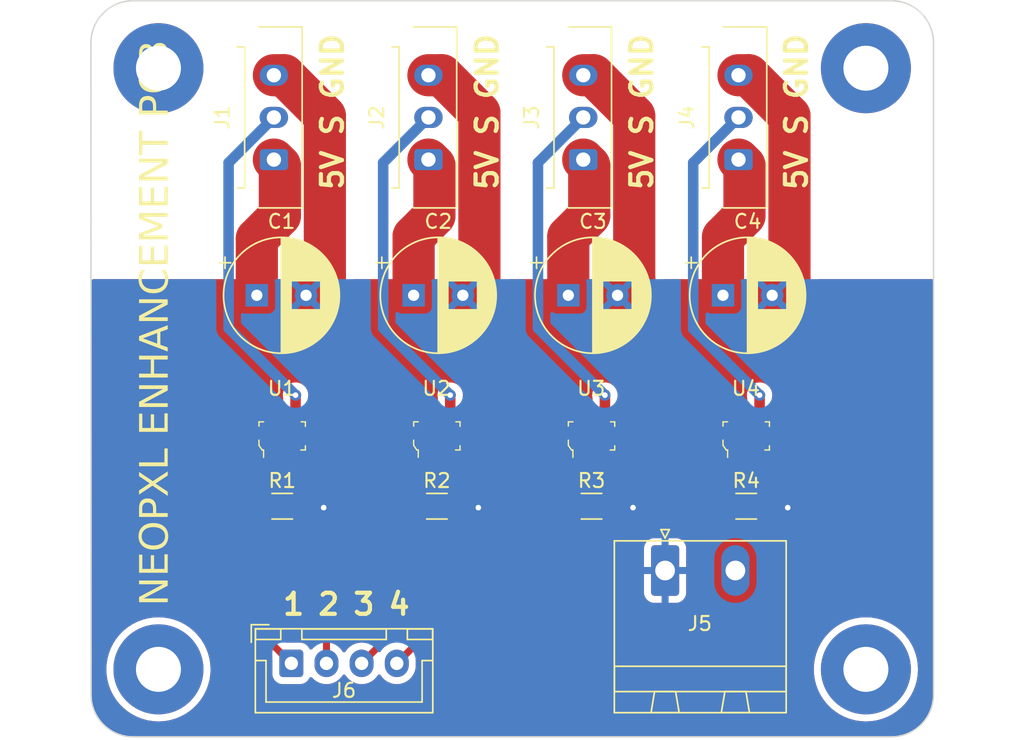
<source format=kicad_pcb>
(kicad_pcb (version 20221018) (generator pcbnew)
  (layers (0 "F.Cu" signal) (31 "B.Cu" signal) (34 "B.Paste" user) (35 "F.Paste" user) (36 "B.SilkS" user "B.Silkscreen") (37 "F.SilkS" user "F.Silkscreen") (38 "B.Mask" user) (39 "F.Mask" user) (44 "Edge.Cuts" user))
  (net 0 "")
  (net 1 "+5V")
  (net 2 "GND")
  (net 3 "Net-(J2-Pin_2)")
  (net 4 "Net-(J3-Pin_2)")
  (net 5 "Net-(J4-Pin_2)")
  (net 6 "Neopixel_1")
  (net 7 "Neopixel_2")
  (net 8 "Neopixel_3")
  (net 9 "Neopixel_4")
  (net 10 "Net-(J1-Pin_2)")
  (footprint "Capacitor_THT:CP_Radial_D8.0mm_P3.50mm" (layer "F.Cu") (at 79.247349 51.15)
    (fp_text reference "C1" (at 1.75 -5.25) (layer "F.SilkS"))
    (fp_text value "1000 uF")
    (pad "1" thru_hole rect (at 0 0) (size 1.6 1.6) (drill 0.8) (layers "*.Cu" "*.Mask") (net 1 "+5V"))
    (pad "2" thru_hole circle (at 3.5 0) (size 1.6 1.6) (drill 0.8) (layers "*.Cu" "*.Mask") (net 2 "GND"))
  )
  (footprint "Connector_Phoenix_MSTB:PhoenixContact_MSTBA_2,5_2-G_1x02_P5.00mm_Horizontal" (layer "F.Cu") (at 108.28 70.7225)
    (fp_text reference "J5" (at 2.47 3.7775) (layer "F.SilkS"))
    (fp_text value "VIN")
    (pad "1" thru_hole roundrect (at 0 0) (size 2 3.6) (drill 1.4) (layers "*.Cu" "*.Mask") (roundrect_rratio 0.125) (net 2 "GND"))
    (pad "2" thru_hole oval (at 5 0) (size 2 3.6) (drill 1.4) (layers "*.Cu" "*.Mask") (net 1 "+5V"))
  )
  (footprint "Capacitor_THT:CP_Radial_D8.0mm_P3.50mm" (layer "F.Cu") (at 101.397349 51.15)
    (fp_text reference "C3" (at 1.75 -5.25) (layer "F.SilkS"))
    (fp_text value "1000 uF")
    (pad "1" thru_hole rect (at 0 0) (size 1.6 1.6) (drill 0.8) (layers "*.Cu" "*.Mask") (net 1 "+5V"))
    (pad "2" thru_hole circle (at 3.5 0) (size 1.6 1.6) (drill 0.8) (layers "*.Cu" "*.Mask") (net 2 "GND"))
  )
  (footprint "Resistor_SMD:R_1206_3216Metric" (layer "F.Cu") (at 114.05 66.15)
    (fp_text reference "R4" (at 0 -1.82) (layer "F.SilkS"))
    (fp_text value "4.7K")
    (pad "1" smd roundrect (at -1.4625 0) (size 1.125 1.75) (layers "F.Cu" "F.Paste" "F.Mask") (roundrect_rratio 0.222222) (net 9 "Neopixel_4"))
    (pad "2" smd roundrect (at 1.4625 0) (size 1.125 1.75) (layers "F.Cu" "F.Paste" "F.Mask") (roundrect_rratio 0.222222) (net 2 "GND"))
  )
  (footprint "MountingHole:MountingHole_3.2mm_M3_Pad" (layer "F.Cu") (at 122.56 35)
    (fp_text reference "REF**" hide)
    (fp_text value "MountingHole_3.2mm_M3_Pad")
    (pad "1" thru_hole circle (at 0 0) (size 6.4 6.4) (drill 3.2) (layers "*.Cu" "*.Mask"))
  )
  (footprint "Connector_Molex:Molex_Micro-Fit_3.0_43650-0315_1x03_P3.00mm_Vertical" (layer "F.Cu") (at 91.45 41.5 90)
    (fp_text reference "J2" (at 3 -3.67 90) (layer "F.SilkS"))
    (fp_text value "Conn_01x03")
    (pad "" np_thru_hole circle (at -3 -1.96 90) (size 1.27 1.27) (drill 1.27) (layers "*.Cu" "*.Mask"))
    (pad "" np_thru_hole circle (at 9 -1.96 90) (size 1.27 1.27) (drill 1.27) (layers "*.Cu" "*.Mask"))
    (pad "1" thru_hole roundrect (at 0 0 90) (size 1.5 2.02) (drill 1.02) (layers "*.Cu" "*.Mask") (roundrect_rratio 0.166667) (net 1 "+5V"))
    (pad "2" thru_hole oval (at 3 0 90) (size 1.5 2.02) (drill 1.02) (layers "*.Cu" "*.Mask") (net 3 "Net-(J2-Pin_2)"))
    (pad "3" thru_hole oval (at 6 0 90) (size 1.5 2.02) (drill 1.02) (layers "*.Cu" "*.Mask") (net 2 "GND"))
  )
  (footprint "Resistor_SMD:R_1206_3216Metric" (layer "F.Cu") (at 81.05 66.15)
    (fp_text reference "R1" (at 0 -1.82) (layer "F.SilkS"))
    (fp_text value "4.7K")
    (pad "1" smd roundrect (at -1.4625 0) (size 1.125 1.75) (layers "F.Cu" "F.Paste" "F.Mask") (roundrect_rratio 0.222222) (net 6 "Neopixel_1"))
    (pad "2" smd roundrect (at 1.4625 0) (size 1.125 1.75) (layers "F.Cu" "F.Paste" "F.Mask") (roundrect_rratio 0.222222) (net 2 "GND"))
  )
  (footprint "MountingHole:MountingHole_3.2mm_M3_Pad" (layer "F.Cu") (at 72.25 77.75)
    (fp_text reference "REF**" hide)
    (fp_text value "MountingHole_3.2mm_M3_Pad")
    (pad "1" thru_hole circle (at 0 0) (size 6.4 6.4) (drill 3.2) (layers "*.Cu" "*.Mask"))
  )
  (footprint "MountingHole:MountingHole_3.2mm_M3_Pad" (layer "F.Cu") (at 72.25 35)
    (fp_text reference "REF**" hide)
    (fp_text value "MountingHole_3.2mm_M3_Pad")
    (pad "1" thru_hole circle (at 0 0) (size 6.4 6.4) (drill 3.2) (layers "*.Cu" "*.Mask"))
  )
  (footprint "Resistor_SMD:R_1206_3216Metric" (layer "F.Cu") (at 92.05 66.15)
    (fp_text reference "R2" (at 0 -1.82) (layer "F.SilkS"))
    (fp_text value "4.7K")
    (pad "1" smd roundrect (at -1.4625 0) (size 1.125 1.75) (layers "F.Cu" "F.Paste" "F.Mask") (roundrect_rratio 0.222222) (net 7 "Neopixel_2"))
    (pad "2" smd roundrect (at 1.4625 0) (size 1.125 1.75) (layers "F.Cu" "F.Paste" "F.Mask") (roundrect_rratio 0.222222) (net 2 "GND"))
  )
  (footprint "KlipperExpander:SOT-753" (layer "F.Cu") (at 92.05 61.15)
    (fp_text reference "U2" (at -0.025 -3.375) (layer "F.SilkS"))
    (fp_text value "74LVC1G17")
    (pad "1" smd rect (at -0.95 1.35) (size 0.6 1.05) (layers "F.Cu" "F.Paste" "F.Mask"))
    (pad "2" smd rect (at 0 1.35) (size 0.6 1.05) (layers "F.Cu" "F.Paste" "F.Mask") (net 7 "Neopixel_2"))
    (pad "3" smd rect (at 0.95 1.35) (size 0.6 1.05) (layers "F.Cu" "F.Paste" "F.Mask") (net 2 "GND"))
    (pad "4" smd rect (at 0.95 -1.35) (size 0.6 1.05) (layers "F.Cu" "F.Paste" "F.Mask") (net 3 "Net-(J2-Pin_2)"))
    (pad "5" smd rect (at -0.95 -1.35) (size 0.6 1.05) (layers "F.Cu" "F.Paste" "F.Mask") (net 1 "+5V"))
  )
  (footprint "Capacitor_THT:CP_Radial_D8.0mm_P3.50mm" (layer "F.Cu") (at 112.397349 51.15)
    (fp_text reference "C4" (at 1.75 -5.25) (layer "F.SilkS"))
    (fp_text value "1000 uF")
    (pad "1" thru_hole rect (at 0 0) (size 1.6 1.6) (drill 0.8) (layers "*.Cu" "*.Mask") (net 1 "+5V"))
    (pad "2" thru_hole circle (at 3.5 0) (size 1.6 1.6) (drill 0.8) (layers "*.Cu" "*.Mask") (net 2 "GND"))
  )
  (footprint "Capacitor_THT:CP_Radial_D8.0mm_P3.50mm" (layer "F.Cu") (at 90.397349 51.15)
    (fp_text reference "C2" (at 1.75 -5.25) (layer "F.SilkS"))
    (fp_text value "1000 uF")
    (pad "1" thru_hole rect (at 0 0) (size 1.6 1.6) (drill 0.8) (layers "*.Cu" "*.Mask") (net 1 "+5V"))
    (pad "2" thru_hole circle (at 3.5 0) (size 1.6 1.6) (drill 0.8) (layers "*.Cu" "*.Mask") (net 2 "GND"))
  )
  (footprint "Connector_Molex:Molex_Micro-Fit_3.0_43650-0315_1x03_P3.00mm_Vertical" (layer "F.Cu") (at 80.46 41.5 90)
    (fp_text reference "J1" (at 3 -3.67 90) (layer "F.SilkS"))
    (fp_text value "Conn_01x03")
    (pad "" np_thru_hole circle (at -3 -1.96 90) (size 1.27 1.27) (drill 1.27) (layers "*.Cu" "*.Mask"))
    (pad "" np_thru_hole circle (at 9 -1.96 90) (size 1.27 1.27) (drill 1.27) (layers "*.Cu" "*.Mask"))
    (pad "1" thru_hole roundrect (at 0 0 90) (size 1.5 2.02) (drill 1.02) (layers "*.Cu" "*.Mask") (roundrect_rratio 0.166667) (net 1 "+5V"))
    (pad "2" thru_hole oval (at 3 0 90) (size 1.5 2.02) (drill 1.02) (layers "*.Cu" "*.Mask") (net 10 "Net-(J1-Pin_2)"))
    (pad "3" thru_hole oval (at 6 0 90) (size 1.5 2.02) (drill 1.02) (layers "*.Cu" "*.Mask") (net 2 "GND"))
  )
  (footprint "Resistor_SMD:R_1206_3216Metric" (layer "F.Cu") (at 103.05 66.15)
    (fp_text reference "R3" (at 0 -1.82) (layer "F.SilkS"))
    (fp_text value "4.7K")
    (pad "1" smd roundrect (at -1.4625 0) (size 1.125 1.75) (layers "F.Cu" "F.Paste" "F.Mask") (roundrect_rratio 0.222222) (net 8 "Neopixel_3"))
    (pad "2" smd roundrect (at 1.4625 0) (size 1.125 1.75) (layers "F.Cu" "F.Paste" "F.Mask") (roundrect_rratio 0.222222) (net 2 "GND"))
  )
  (footprint "KlipperExpander:SOT-753" (layer "F.Cu") (at 81.05 61.15)
    (fp_text reference "U1" (at -0.025 -3.375) (layer "F.SilkS"))
    (fp_text value "74LVC1G17")
    (pad "1" smd rect (at -0.95 1.35) (size 0.6 1.05) (layers "F.Cu" "F.Paste" "F.Mask"))
    (pad "2" smd rect (at 0 1.35) (size 0.6 1.05) (layers "F.Cu" "F.Paste" "F.Mask") (net 6 "Neopixel_1"))
    (pad "3" smd rect (at 0.95 1.35) (size 0.6 1.05) (layers "F.Cu" "F.Paste" "F.Mask") (net 2 "GND"))
    (pad "4" smd rect (at 0.95 -1.35) (size 0.6 1.05) (layers "F.Cu" "F.Paste" "F.Mask") (net 10 "Net-(J1-Pin_2)"))
    (pad "5" smd rect (at -0.95 -1.35) (size 0.6 1.05) (layers "F.Cu" "F.Paste" "F.Mask") (net 1 "+5V"))
  )
  (footprint "Connector_JST:JST_XH_B4B-XH-A_1x04_P2.50mm_Vertical" (layer "F.Cu") (at 81.7 77.325)
    (fp_text reference "J6" (at 3.75 1.925) (layer "F.SilkS"))
    (fp_text value "Conn_01x04")
    (pad "1" thru_hole roundrect (at 0 0) (size 1.7 1.95) (drill 0.95) (layers "*.Cu" "*.Mask") (roundrect_rratio 0.147059) (net 6 "Neopixel_1"))
    (pad "2" thru_hole oval (at 2.5 0) (size 1.7 1.95) (drill 0.95) (layers "*.Cu" "*.Mask") (net 7 "Neopixel_2"))
    (pad "3" thru_hole oval (at 5 0) (size 1.7 1.95) (drill 0.95) (layers "*.Cu" "*.Mask") (net 8 "Neopixel_3"))
    (pad "4" thru_hole oval (at 7.5 0) (size 1.7 1.95) (drill 0.95) (layers "*.Cu" "*.Mask") (net 9 "Neopixel_4"))
  )
  (footprint "Connector_Molex:Molex_Micro-Fit_3.0_43650-0315_1x03_P3.00mm_Vertical" (layer "F.Cu") (at 113.5 41.5 90)
    (fp_text reference "J4" (at 3 -3.67 90) (layer "F.SilkS"))
    (fp_text value "Conn_01x03")
    (pad "" np_thru_hole circle (at -3 -1.96 90) (size 1.27 1.27) (drill 1.27) (layers "*.Cu" "*.Mask"))
    (pad "" np_thru_hole circle (at 9 -1.96 90) (size 1.27 1.27) (drill 1.27) (layers "*.Cu" "*.Mask"))
    (pad "1" thru_hole roundrect (at 0 0 90) (size 1.5 2.02) (drill 1.02) (layers "*.Cu" "*.Mask") (roundrect_rratio 0.166667) (net 1 "+5V"))
    (pad "2" thru_hole oval (at 3 0 90) (size 1.5 2.02) (drill 1.02) (layers "*.Cu" "*.Mask") (net 5 "Net-(J4-Pin_2)"))
    (pad "3" thru_hole oval (at 6 0 90) (size 1.5 2.02) (drill 1.02) (layers "*.Cu" "*.Mask") (net 2 "GND"))
  )
  (footprint "KlipperExpander:SOT-753" (layer "F.Cu") (at 114.05 61.15)
    (fp_text reference "U4" (at -0.025 -3.375) (layer "F.SilkS"))
    (fp_text value "74LVC1G17")
    (pad "1" smd rect (at -0.95 1.35) (size 0.6 1.05) (layers "F.Cu" "F.Paste" "F.Mask"))
    (pad "2" smd rect (at 0 1.35) (size 0.6 1.05) (layers "F.Cu" "F.Paste" "F.Mask") (net 9 "Neopixel_4"))
    (pad "3" smd rect (at 0.95 1.35) (size 0.6 1.05) (layers "F.Cu" "F.Paste" "F.Mask") (net 2 "GND"))
    (pad "4" smd rect (at 0.95 -1.35) (size 0.6 1.05) (layers "F.Cu" "F.Paste" "F.Mask") (net 5 "Net-(J4-Pin_2)"))
    (pad "5" smd rect (at -0.95 -1.35) (size 0.6 1.05) (layers "F.Cu" "F.Paste" "F.Mask") (net 1 "+5V"))
  )
  (footprint "Connector_Molex:Molex_Micro-Fit_3.0_43650-0315_1x03_P3.00mm_Vertical" (layer "F.Cu") (at 102.46 41.5 90)
    (fp_text reference "J3" (at 3 -3.67 90) (layer "F.SilkS"))
    (fp_text value "Conn_01x03")
    (pad "" np_thru_hole circle (at -3 -1.96 90) (size 1.27 1.27) (drill 1.27) (layers "*.Cu" "*.Mask"))
    (pad "" np_thru_hole circle (at 9 -1.96 90) (size 1.27 1.27) (drill 1.27) (layers "*.Cu" "*.Mask"))
    (pad "1" thru_hole roundrect (at 0 0 90) (size 1.5 2.02) (drill 1.02) (layers "*.Cu" "*.Mask") (roundrect_rratio 0.166667) (net 1 "+5V"))
    (pad "2" thru_hole oval (at 3 0 90) (size 1.5 2.02) (drill 1.02) (layers "*.Cu" "*.Mask") (net 4 "Net-(J3-Pin_2)"))
    (pad "3" thru_hole oval (at 6 0 90) (size 1.5 2.02) (drill 1.02) (layers "*.Cu" "*.Mask") (net 2 "GND"))
  )
  (footprint "KlipperExpander:SOT-753" (layer "F.Cu") (at 103.05 61.15)
    (fp_text reference "U3" (at -0.025 -3.375) (layer "F.SilkS"))
    (fp_text value "74LVC1G17")
    (pad "1" smd rect (at -0.95 1.35) (size 0.6 1.05) (layers "F.Cu" "F.Paste" "F.Mask"))
    (pad "2" smd rect (at 0 1.35) (size 0.6 1.05) (layers "F.Cu" "F.Paste" "F.Mask") (net 8 "Neopixel_3"))
    (pad "3" smd rect (at 0.95 1.35) (size 0.6 1.05) (layers "F.Cu" "F.Paste" "F.Mask") (net 2 "GND"))
    (pad "4" smd rect (at 0.95 -1.35) (size 0.6 1.05) (layers "F.Cu" "F.Paste" "F.Mask") (net 4 "Net-(J3-Pin_2)"))
    (pad "5" smd rect (at -0.95 -1.35) (size 0.6 1.05) (layers "F.Cu" "F.Paste" "F.Mask") (net 1 "+5V"))
  )
  (footprint "MountingHole:MountingHole_3.2mm_M3_Pad" (layer "F.Cu") (at 122.56 77.75)
    (fp_text reference "REF**" hide)
    (fp_text value "MountingHole_3.2mm_M3_Pad")
    (pad "1" thru_hole circle (at 0 0) (size 6.4 6.4) (drill 3.2) (layers "*.Cu" "*.Mask"))
  )
  (gr_arc (start 127.36839 79.549424) (mid 126.48971 81.670744) (end 124.36839 82.549424) (stroke (width 0.1)) (layer "Edge.Cuts"))
  (gr_line (start 70.458899 82.549424) (end 124.36839 82.549424) (stroke (width 0.1)) (layer "Edge.Cuts"))
  (gr_line (start 127.36839 79.549424) (end 127.36839 33.199424) (stroke (width 0.1)) (layer "Edge.Cuts"))
  (gr_line (start 67.45 33.2) (end 67.458899 79.55) (stroke (width 0.1)) (layer "Edge.Cuts"))
  (gr_arc (start 70.458899 82.549424) (mid 68.337782 81.670948) (end 67.458899 79.55) (stroke (width 0.1)) (layer "Edge.Cuts"))
  (gr_arc (start 67.45 33.2) (mid 68.328476 31.078308) (end 70.45 30.199424) (stroke (width 0.1)) (layer "Edge.Cuts"))
  (gr_line (start 124.36839 30.199424) (end 70.45 30.199424) (stroke (width 0.1)) (layer "Edge.Cuts"))
  (gr_arc (start 124.36839 30.199424) (mid 126.48971 31.078104) (end 127.36839 33.199424) (stroke (width 0.1)) (layer "Edge.Cuts"))
  (gr_text "1" (at 80.95 74) (layer "F.SilkS") (effects (font (size 1.5 1.5) (thickness 0.3) bold) (justify left bottom)))
  (gr_text "5V S GND" (at 85.5 43.8 90) (layer "F.SilkS") (effects (font (size 1.5 1.5) (thickness 0.3) bold) (justify left bottom)))
  (gr_text "NEOPXL ENHANCEMENT PCB" (at 73.25 73.25 90) (layer "F.SilkS") (effects (font (size 2 2)) (justify left bottom)))
  (gr_text "2" (at 83.45 74) (layer "F.SilkS") (effects (font (size 1.5 1.5) (thickness 0.3) bold) (justify left bottom)))
  (gr_text "4" (at 88.45 74) (layer "F.SilkS") (effects (font (size 1.5 1.5) (thickness 0.3) bold) (justify left bottom)))
  (gr_text "5V S GND" (at 96.5 43.8 90) (layer "F.SilkS") (effects (font (size 1.5 1.5) (thickness 0.3) bold) (justify left bottom)))
  (gr_text "3" (at 85.95 74) (layer "F.SilkS") (effects (font (size 1.5 1.5) (thickness 0.3) bold) (justify left bottom)))
  (gr_text "5V S GND" (at 107.5 43.8 90) (layer "F.SilkS") (effects (font (size 1.5 1.5) (thickness 0.3) bold) (justify left bottom)))
  (gr_text "5V S GND" (at 118.5 43.8 90) (layer "F.SilkS") (effects (font (size 1.5 1.5) (thickness 0.3) bold) (justify left bottom)))
  (segment (start 90.397349 46.96555) (end 91.875 45.487899) (width 3) (layer "F.Cu") (net 1))
  (segment (start 101.397349 46.97555) (end 102.885 45.487899) (width 3) (layer "F.Cu") (net 1))
  (segment (start 91.875 45.487899) (end 91.875 41.925) (width 3) (layer "F.Cu") (net 1))
  (segment (start 91.875 41.925) (end 91.45 41.5) (width 3) (layer "F.Cu") (net 1))
  (segment (start 79.247349 47.12555) (end 80.885 45.487899) (width 3) (layer "F.Cu") (net 1))
  (segment (start 80.885 45.487899) (end 80.885 41.925) (width 3) (layer "F.Cu") (net 1))
  (segment (start 102.885 45.487899) (end 102.885 41.925) (width 3) (layer "F.Cu") (net 1))
  (segment (start 101.397349 51.15) (end 101.397349 46.97555) (width 3) (layer "F.Cu") (net 1))
  (segment (start 112.397349 51.15) (end 112.397349 47.01555) (width 3) (layer "F.Cu") (net 1))
  (segment (start 102.885 41.925) (end 102.46 41.5) (width 3) (layer "F.Cu") (net 1))
  (segment (start 112.397349 47.01555) (end 113.925 45.487899) (width 3) (layer "F.Cu") (net 1))
  (segment (start 80.885 41.925) (end 80.46 41.5) (width 3) (layer "F.Cu") (net 1))
  (segment (start 90.397349 51.15) (end 90.397349 46.96555) (width 3) (layer "F.Cu") (net 1))
  (segment (start 113.925 45.487899) (end 113.925 41.925) (width 3) (layer "F.Cu") (net 1))
  (segment (start 113.925 41.925) (end 113.5 41.5) (width 3) (layer "F.Cu") (net 1))
  (segment (start 79.247349 51.15) (end 79.247349 47.12555) (width 3) (layer "F.Cu") (net 1))
  (segment (start 106.085 38.400177) (end 103.184823 35.5) (width 3) (layer "F.Cu") (net 2))
  (segment (start 117.125 49.922349) (end 117.125 38.400177) (width 3) (layer "F.Cu") (net 2))
  (segment (start 84.085 49.812349) (end 82.747349 51.15) (width 3) (layer "F.Cu") (net 2))
  (segment (start 106 66.25) (end 104.6125 66.25) (width 0.75) (layer "F.Cu") (net 2))
  (segment (start 93.5125 64.7625) (end 93.375 64.625) (width 0.75) (layer "F.Cu") (net 2))
  (segment (start 82 64.25) (end 82 62.5) (width 0.75) (layer "F.Cu") (net 2))
  (segment (start 115.5125 64.7625) (end 115.5 64.75) (width 0.75) (layer "F.Cu") (net 2))
  (segment (start 104.375 64.625) (end 106 66.25) (width 0.75) (layer "F.Cu") (net 2))
  (segment (start 95.075 49.972349) (end 93.897349 51.15) (width 3) (layer "F.Cu") (net 2))
  (segment (start 117.125 49.922349) (end 115.897349 51.15) (width 3) (layer "F.Cu") (net 2))
  (segment (start 93.6125 66.25) (end 93.5125 66.15) (width 0.75) (layer "F.Cu") (net 2))
  (segment (start 115.5 64.75) (end 117 66.25) (width 0.75) (layer "F.Cu") (net 2))
  (segment (start 84.085 38.400177) (end 81.184823 35.5) (width 3) (layer "F.Cu") (net 2))
  (segment (start 115 64.25) (end 115.5 64.75) (width 0.75) (layer "F.Cu") (net 2))
  (segment (start 82.375 64.625) (end 82 64.25) (width 0.75) (layer "F.Cu") (net 2))
  (segment (start 115.6125 66.25) (end 115.5125 66.15) (width 0.75) (layer "F.Cu") (net 2))
  (segment (start 84.085 49.812349) (end 84.085 38.400177) (width 3) (layer "F.Cu") (net 2))
  (segment (start 93.5125 66.15) (end 93.5125 64.7625) (width 0.75) (layer "F.Cu") (net 2))
  (segment (start 106.085 49.962349) (end 106.085 38.400177) (width 3) (layer "F.Cu") (net 2))
  (segment (start 104.5125 66.15) (end 104.5125 64.7625) (width 0.75) (layer "F.Cu") (net 2))
  (segment (start 117 66.25) (end 115.6125 66.25) (width 0.75) (layer "F.Cu") (net 2))
  (segment (start 95.075 38.175) (end 92.4 35.5) (width 3) (layer "F.Cu") (net 2))
  (segment (start 114.224823 35.5) (end 113.5 35.5) (width 3) (layer "F.Cu") (net 2))
  (segment (start 115.5125 66.15) (end 115.5125 64.7625) (width 0.75) (layer "F.Cu") (net 2))
  (segment (start 95.075 49.972349) (end 95.075 38.175) (width 3) (layer "F.Cu") (net 2))
  (segment (start 117.125 38.400177) (end 114.224823 35.5) (width 3) (layer "F.Cu") (net 2))
  (segment (start 84 66.25) (end 82.6125 66.25) (width 0.75) (layer "F.Cu") (net 2))
  (segment (start 104.6125 66.25) (end 104.5125 66.15) (width 0.75) (layer "F.Cu") (net 2))
  (segment (start 95 66.25) (end 93.6125 66.25) (width 0.75) (layer "F.Cu") (net 2))
  (segment (start 81.184823 35.5) (end 80.46 35.5) (width 3) (layer "F.Cu") (net 2))
  (segment (start 93 64.25) (end 93.375 64.625) (width 0.75) (layer "F.Cu") (net 2))
  (segment (start 93 62.5) (end 93 64.25) (width 0.75) (layer "F.Cu") (net 2))
  (segment (start 82.5125 64.7625) (end 82.375 64.625) (width 0.75) (layer "F.Cu") (net 2))
  (segment (start 104 62.5) (end 104 64.25) (width 0.75) (layer "F.Cu") (net 2))
  (segment (start 104.5125 64.7625) (end 104.375 64.625) (width 0.75) (layer "F.Cu") (net 2))
  (segment (start 103.184823 35.5) (end 102.46 35.5) (width 3) (layer "F.Cu") (net 2))
  (segment (start 82.5125 66.15) (end 82.5125 64.7625) (width 0.75) (layer "F.Cu") (net 2))
  (segment (start 104.897349 51.15) (end 106.085 49.962349) (width 3) (layer "F.Cu") (net 2))
  (segment (start 104 64.25) (end 104.375 64.625) (width 0.75) (layer "F.Cu") (net 2))
  (segment (start 115 62.5) (end 115 64.25) (width 0.75) (layer "F.Cu") (net 2))
  (segment (start 82.6125 66.25) (end 82.5125 66.15) (width 0.75) (layer "F.Cu") (net 2))
  (segment (start 92.4 35.5) (end 91.45 35.5) (width 3) (layer "F.Cu") (net 2))
  (segment (start 84 66.25) (end 82.375 64.625) (width 0.75) (layer "F.Cu") (net 2))
  (segment (start 93.375 64.625) (end 95 66.25) (width 0.75) (layer "F.Cu") (net 2))
  (via (at 117 66.25) (size 0.8) (drill 0.4) (layers "F.Cu" "B.Cu") (net 2))
  (via (at 106 66.25) (size 0.8) (drill 0.4) (layers "F.Cu" "B.Cu") (net 2))
  (via (at 95 66.25) (size 0.8) (drill 0.4) (layers "F.Cu" "B.Cu") (net 2))
  (via (at 84 66.25) (size 0.8) (drill 0.4) (layers "F.Cu" "B.Cu") (net 2))
  (segment (start 93 59.8) (end 93 58.25) (width 0.75) (layer "F.Cu") (net 3))
  (via (at 93 58.25) (size 0.8) (drill 0.4) (layers "F.Cu" "B.Cu") (net 3))
  (segment (start 88.23 41.72) (end 91.45 38.5) (width 0.75) (layer "B.Cu") (net 3))
  (segment (start 88.23 53.48) (end 88.23 41.72) (width 0.75) (layer "B.Cu") (net 3))
  (segment (start 93 58.25) (end 88.23 53.48) (width 0.75) (layer "B.Cu") (net 3))
  (segment (start 104 59.8) (end 104 58.25) (width 0.75) (layer "F.Cu") (net 4))
  (via (at 104 58.25) (size 0.8) (drill 0.4) (layers "F.Cu" "B.Cu") (net 4))
  (segment (start 99.24 53.49) (end 99.24 41.72) (width 0.75) (layer "B.Cu") (net 4))
  (segment (start 99.24 41.72) (end 102.46 38.5) (width 0.75) (layer "B.Cu") (net 4))
  (segment (start 104 58.25) (end 99.24 53.49) (width 0.75) (layer "B.Cu") (net 4))
  (segment (start 115 59.8) (end 115 58.25) (width 0.75) (layer "F.Cu") (net 5))
  (via (at 115 58.25) (size 0.8) (drill 0.4) (layers "F.Cu" "B.Cu") (net 5))
  (segment (start 115 58.25) (end 110.28 53.53) (width 0.75) (layer "B.Cu") (net 5))
  (segment (start 110.28 53.53) (end 110.28 41.72) (width 0.75) (layer "B.Cu") (net 5))
  (segment (start 110.28 41.72) (end 113.5 38.5) (width 0.75) (layer "B.Cu") (net 5))
  (segment (start 79.5875 66.15) (end 81.05 64.6875) (width 0.5) (layer "F.Cu") (net 6))
  (segment (start 81.7 77.325) (end 79.5875 75.2125) (width 0.5) (layer "F.Cu") (net 6))
  (segment (start 81.05 64.6875) (end 81.05 62.5) (width 0.5) (layer "F.Cu") (net 6))
  (segment (start 79.5875 75.2125) (end 79.5875 66.15) (width 0.5) (layer "F.Cu") (net 6))
  (segment (start 84.2 77.325) (end 84.2 72.5375) (width 0.5) (layer "F.Cu") (net 7))
  (segment (start 92.05 64.6875) (end 92.05 62.5) (width 0.5) (layer "F.Cu") (net 7))
  (segment (start 90.5875 66.15) (end 92.05 64.6875) (width 0.5) (layer "F.Cu") (net 7))
  (segment (start 84.2 72.5375) (end 90.5875 66.15) (width 0.5) (layer "F.Cu") (net 7))
  (segment (start 86.7 77.325) (end 97.875 66.15) (width 0.5) (layer "F.Cu") (net 8))
  (segment (start 103.05 64.6875) (end 103.05 62.5) (width 0.5) (layer "F.Cu") (net 8))
  (segment (start 97.875 66.15) (end 101.5875 66.15) (width 0.5) (layer "F.Cu") (net 8))
  (segment (start 101.5875 66.15) (end 103.05 64.6875) (width 0.5) (layer "F.Cu") (net 8))
  (segment (start 114.05 64.6875) (end 114.05 62.5) (width 0.5) (layer "F.Cu") (net 9))
  (segment (start 112.5875 66.15) (end 114.05 64.6875) (width 0.5) (layer "F.Cu") (net 9))
  (segment (start 108.1 66.15) (end 112.5875 66.15) (width 0.5) (layer "F.Cu") (net 9))
  (segment (start 98.0525 68.4725) (end 105.7775 68.4725) (width 0.5) (layer "F.Cu") (net 9))
  (segment (start 89.2 77.325) (end 98.0525 68.4725) (width 0.5) (layer "F.Cu") (net 9))
  (segment (start 105.7775 68.4725) (end 108.1 66.15) (width 0.5) (layer "F.Cu") (net 9))
  (segment (start 82 59.8) (end 82 58.25) (width 0.75) (layer "F.Cu") (net 10))
  (via (at 82 58.25) (size 0.8) (drill 0.4) (layers "F.Cu" "B.Cu") (net 10))
  (segment (start 77.24 53.49) (end 77.24 41.72) (width 0.75) (layer "B.Cu") (net 10))
  (segment (start 77.24 41.72) (end 80.46 38.5) (width 0.75) (layer "B.Cu") (net 10))
  (segment (start 82 58.25) (end 77.24 53.49) (width 0.75) (layer "B.Cu") (net 10))
  (zone (net 1) (net_name "+5V") (layer "F.Cu") (connect_pads yes (clearance 0.5)) (min_thickness 0.25) (fill yes (thermal_gap 0.5) (thermal_bridge_width 0.5))
    (polygon (pts (xy 67.5 50) (xy 127.5 50) (xy 127.5 82.5) (xy 67.5 82.5)))
  )
  (zone (net 2) (net_name "GND") (layer "B.Cu") (priority 1) (connect_pads (clearance 0.5)) (min_thickness 0.25) (fill yes (thermal_gap 0.5) (thermal_bridge_width 0.5))
    (polygon (pts (xy 67.5 50) (xy 127.5 50) (xy 127.5 82.5) (xy 67.5 82.5)))
  )
)
</source>
